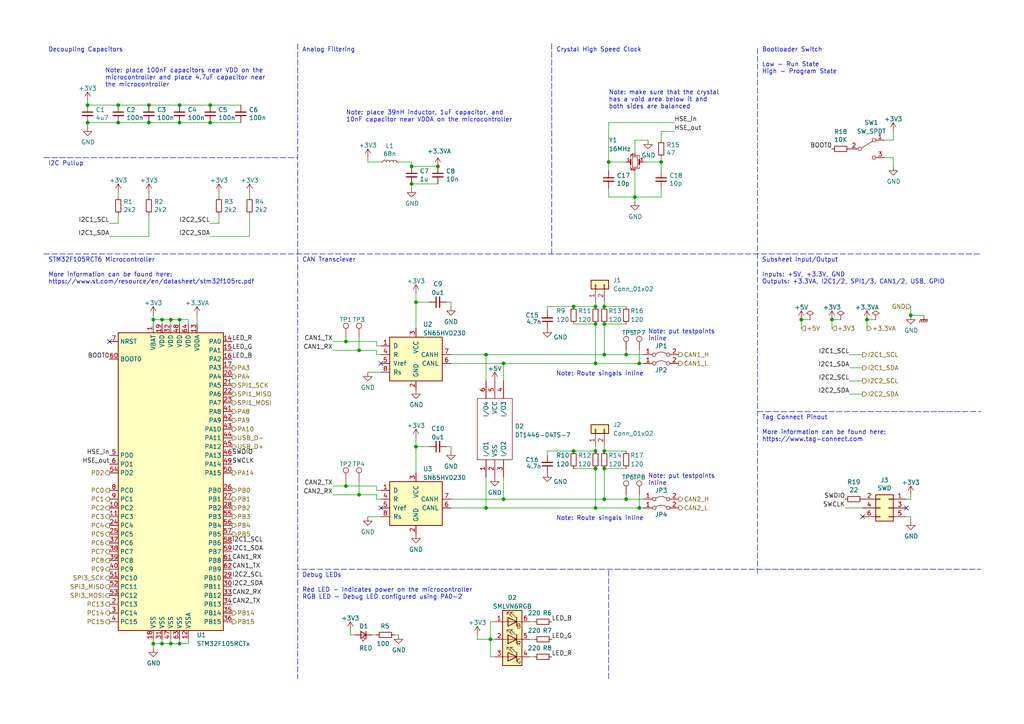
<source format=kicad_sch>
(kicad_sch (version 20211123) (generator eeschema)
  (paper "A4")
  (title_block (title "STM32F105RCT6 Subsheet") (date "2022-10-09") (company "Longhorn Racing"))
  (lib_symbols
    (symbol "Connector:TestPoint" (pin_numbers hide) (pin_names (offset 0.762) hide)
      (property "Reference" "TP" (at 0 6.858 0))
      (property "Value" "TestPoint" (at 0 5.08 0))
      (symbol "TestPoint_1_1"
        (pin passive line (at 0 0 90) (length 2.54) (name "1") (number "1"))
      )
    )
    (symbol "Connector_Generic:Conn_01x02" (pin_names (offset 1.016) hide)
      (property "Reference" "J" (at 0 2.54 0))
      (property "Value" "Conn_01x02" (at 0 -5.08 0))
      (symbol "Conn_01x02_1_1"
        (pin passive line (at -5.08 0 0) (length 3.81) (name "Pin_1") (number "1"))
        (pin passive line (at -5.08 -2.54 0) (length 3.81) (name "Pin_2") (number "2"))
      )
    )
    (symbol "Connector_Generic:Conn_02x03_Odd_Even" (pin_names (offset 1.016) hide)
      (property "Reference" "J" (at 1.27 5.08 0))
      (property "Value" "Conn_02x03_Odd_Even" (at 1.27 -5.08 0))
      (symbol "Conn_02x03_Odd_Even_1_1"
        (pin passive line (at -5.08 2.54 0) (length 3.81) (name "Pin_1") (number "1"))
        (pin passive line (at 7.62 2.54 180) (length 3.81) (name "Pin_2") (number "2"))
        (pin passive line (at -5.08 0 0) (length 3.81) (name "Pin_3") (number "3"))
        (pin passive line (at 7.62 0 180) (length 3.81) (name "Pin_4") (number "4"))
        (pin passive line (at -5.08 -2.54 0) (length 3.81) (name "Pin_5") (number "5"))
        (pin passive line (at 7.62 -2.54 180) (length 3.81) (name "Pin_6") (number "6"))
      )
    )
    (symbol "Device:C_Small" (pin_numbers hide) (pin_names (offset 0.254) hide)
      (property "Reference" "C" (at 0.254 1.778 0))
      (property "Value" "C_Small" (at 0.254 -2.032 0))
      (symbol "C_Small_1_1"
        (pin passive line (at 0 2.54 270) (length 2.032) (name "~") (number "1"))
        (pin passive line (at 0 -2.54 90) (length 2.032) (name "~") (number "2"))
      )
    )
    (symbol "Device:Crystal_GND24_Small" (pin_names (offset 1.016) hide)
      (property "Reference" "Y" (at 1.27 4.445 0))
      (property "Value" "Crystal_GND24_Small" (at 1.27 2.54 0))
      (symbol "Crystal_GND24_Small_1_1"
        (pin passive line (at -2.54 0 0) (length 1.27) (name "1") (number "1"))
        (pin passive line (at 0 -2.54 90) (length 0.635) (name "2") (number "2"))
        (pin passive line (at 2.54 0 180) (length 1.27) (name "3") (number "3"))
        (pin passive line (at 0 2.54 270) (length 0.635) (name "4") (number "4"))
      )
    )
    (symbol "Device:LED_Small" (pin_numbers hide) (pin_names (offset 0.254) hide)
      (property "Reference" "D" (at -1.27 3.175 0))
      (property "Value" "LED_Small" (at -4.445 -2.54 0))
      (symbol "LED_Small_1_1"
        (pin passive line (at -2.54 0 0) (length 1.778) (name "K") (number "1"))
        (pin passive line (at 2.54 0 180) (length 1.778) (name "A") (number "2"))
      )
    )
    (symbol "Device:L_Small" (pin_numbers hide) (pin_names (offset 0.254) hide)
      (property "Reference" "L" (at 0.762 1.016 0))
      (property "Value" "L_Small" (at 0.762 -1.016 0))
      (symbol "L_Small_1_1"
        (pin passive line (at 0 2.54 270) (length 0.508) (name "~") (number "1"))
        (pin passive line (at 0 -2.54 90) (length 0.508) (name "~") (number "2"))
      )
    )
    (symbol "Device:R_Small" (pin_numbers hide) (pin_names (offset 0.254) hide)
      (property "Reference" "R" (at 0.762 0.508 0))
      (property "Value" "R_Small" (at 0.762 -1.016 0))
      (symbol "R_Small_1_1"
        (pin passive line (at 0 2.54 270) (length 0.762) (name "~") (number "1"))
        (pin passive line (at 0 -2.54 90) (length 0.762) (name "~") (number "2"))
      )
    )
    (symbol "Global_Library:DT1446-04TS-7" (pin_names (offset 0.762))
      (property "Reference" "D" (at 5.08 7.62 0))
      (property "Value" "DT1446-04TS-7" (at 5.08 5.08 0))
      (symbol "DT1446-04TS-7_0_0"
        (pin passive line (at 0 0 0) (length 5.08) (name "I/O1") (number "1"))
        (pin passive line (at 0 -2.54 0) (length 5.08) (name "VSS") (number "2"))
        (pin passive line (at 0 -5.08 0) (length 5.08) (name "I/O2") (number "3"))
        (pin passive line (at 27.94 -5.08 180) (length 5.08) (name "I/O3") (number "4"))
        (pin passive line (at 27.94 -2.54 180) (length 5.08) (name "VCC") (number "5"))
        (pin passive line (at 27.94 0 180) (length 5.08) (name "I/O4") (number "6"))
      )
    )
    (symbol "Interface_CAN_LIN:SN65HVD230" (pin_names (offset 1.016))
      (property "Reference" "U" (at -2.54 10.16 0))
      (property "Value" "SN65HVD230" (at -2.54 7.62 0))
      (symbol "SN65HVD230_1_1"
        (pin input line (at -10.16 2.54 0) (length 2.54) (name "D") (number "1"))
        (pin power_in line (at 0 -10.16 90) (length 2.54) (name "GND") (number "2"))
        (pin power_in line (at 0 7.62 270) (length 2.54) (name "VCC") (number "3"))
        (pin output line (at -10.16 0 0) (length 2.54) (name "R") (number "4"))
        (pin output line (at -10.16 -2.54 0) (length 2.54) (name "Vref") (number "5"))
        (pin bidirectional line (at 10.16 -2.54 180) (length 2.54) (name "CANL") (number "6"))
        (pin bidirectional line (at 10.16 0 180) (length 2.54) (name "CANH") (number "7"))
        (pin input line (at -10.16 -5.08 0) (length 2.54) (name "Rs") (number "8"))
      )
    )
    (symbol "Jumper:Jumper_2_Bridged" (pin_names (offset 0) hide)
      (property "Reference" "JP" (at 0 1.905 0))
      (property "Value" "Jumper_2_Bridged" (at 0 -2.54 0))
      (symbol "Jumper_2_Bridged_1_1"
        (pin passive line (at -5.08 0 0) (length 2.54) (name "A") (number "1"))
        (pin passive line (at 5.08 0 180) (length 2.54) (name "B") (number "2"))
      )
    )
    (symbol "LED:SMLVN6RGB" (pin_names (offset 0) hide)
      (property "Reference" "D" (at 0 12.7 0))
      (property "Value" "SMLVN6RGB" (at 0 10.16 0))
      (symbol "SMLVN6RGB_0_0"
        (text "B" (at 1.905 3.81 0) (effects (font (size 1.27 1.27))))
        (text "G" (at 1.905 -6.35 0) (effects (font (size 1.27 1.27))))
        (text "R" (at 1.905 -1.27 0) (effects (font (size 1.27 1.27))))
      )
      (symbol "SMLVN6RGB_1_1"
        (pin passive line (at -5.08 5.08 0) (length 2.54) (name "BA") (number "1"))
        (pin passive line (at -5.08 0 0) (length 2.54) (name "RA") (number "2"))
        (pin passive line (at -5.08 -5.08 0) (length 2.54) (name "GA") (number "3"))
        (pin passive line (at 5.08 -5.08 180) (length 2.54) (name "GK") (number "4"))
        (pin passive line (at 5.08 0 180) (length 2.54) (name "RK") (number "5"))
        (pin passive line (at 5.08 5.08 180) (length 2.54) (name "BK") (number "6"))
      )
    )
    (symbol "MCU_ST_STM32F1:STM32F105RCTx"
      (property "Reference" "U" (at -15.24 44.45 0))
      (property "Value" "STM32F105RCTx" (at 10.16 44.45 0))
      (symbol "STM32F105RCTx_1_1"
        (pin power_in line (at -5.08 45.72 270) (length 2.54) (name "VBAT") (number "1"))
        (pin bidirectional line (at -17.78 -7.62 0) (length 2.54) (name "PC2") (number "10"))
        (pin bidirectional line (at -17.78 -10.16 0) (length 2.54) (name "PC3") (number "11"))
        (pin power_in line (at 5.08 -45.72 90) (length 2.54) (name "VSSA") (number "12"))
        (pin power_in line (at 7.62 45.72 270) (length 2.54) (name "VDDA") (number "13"))
        (pin bidirectional line (at 17.78 40.64 180) (length 2.54) (name "PA0") (number "14"))
        (pin bidirectional line (at 17.78 38.1 180) (length 2.54) (name "PA1") (number "15"))
        (pin bidirectional line (at 17.78 35.56 180) (length 2.54) (name "PA2") (number "16"))
        (pin bidirectional line (at 17.78 33.02 180) (length 2.54) (name "PA3") (number "17"))
        (pin power_in line (at -5.08 -45.72 90) (length 2.54) (name "VSS") (number "18"))
        (pin power_in line (at -2.54 45.72 270) (length 2.54) (name "VDD") (number "19"))
        (pin bidirectional line (at -17.78 -35.56 0) (length 2.54) (name "PC13") (number "2"))
        (pin bidirectional line (at 17.78 30.48 180) (length 2.54) (name "PA4") (number "20"))
        (pin bidirectional line (at 17.78 27.94 180) (length 2.54) (name "PA5") (number "21"))
        (pin bidirectional line (at 17.78 25.4 180) (length 2.54) (name "PA6") (number "22"))
        (pin bidirectional line (at 17.78 22.86 180) (length 2.54) (name "PA7") (number "23"))
        (pin bidirectional line (at -17.78 -12.7 0) (length 2.54) (name "PC4") (number "24"))
        (pin bidirectional line (at -17.78 -15.24 0) (length 2.54) (name "PC5") (number "25"))
        (pin bidirectional line (at 17.78 -2.54 180) (length 2.54) (name "PB0") (number "26"))
        (pin bidirectional line (at 17.78 -5.08 180) (length 2.54) (name "PB1") (number "27"))
        (pin bidirectional line (at 17.78 -7.62 180) (length 2.54) (name "PB2") (number "28"))
        (pin bidirectional line (at 17.78 -27.94 180) (length 2.54) (name "PB10") (number "29"))
        (pin bidirectional line (at -17.78 -38.1 0) (length 2.54) (name "PC14") (number "3"))
        (pin bidirectional line (at 17.78 -30.48 180) (length 2.54) (name "PB11") (number "30"))
        (pin power_in line (at -2.54 -45.72 90) (length 2.54) (name "VSS") (number "31"))
        (pin power_in line (at 0 45.72 270) (length 2.54) (name "VDD") (number "32"))
        (pin bidirectional line (at 17.78 -33.02 180) (length 2.54) (name "PB12") (number "33"))
        (pin bidirectional line (at 17.78 -35.56 180) (length 2.54) (name "PB13") (number "34"))
        (pin bidirectional line (at 17.78 -38.1 180) (length 2.54) (name "PB14") (number "35"))
        (pin bidirectional line (at 17.78 -40.64 180) (length 2.54) (name "PB15") (number "36"))
        (pin bidirectional line (at -17.78 -17.78 0) (length 2.54) (name "PC6") (number "37"))
        (pin bidirectional line (at -17.78 -20.32 0) (length 2.54) (name "PC7") (number "38"))
        (pin bidirectional line (at -17.78 -22.86 0) (length 2.54) (name "PC8") (number "39"))
        (pin bidirectional line (at -17.78 -40.64 0) (length 2.54) (name "PC15") (number "4"))
        (pin bidirectional line (at -17.78 -25.4 0) (length 2.54) (name "PC9") (number "40"))
        (pin bidirectional line (at 17.78 20.32 180) (length 2.54) (name "PA8") (number "41"))
        (pin bidirectional line (at 17.78 17.78 180) (length 2.54) (name "PA9") (number "42"))
        (pin bidirectional line (at 17.78 15.24 180) (length 2.54) (name "PA10") (number "43"))
        (pin bidirectional line (at 17.78 12.7 180) (length 2.54) (name "PA11") (number "44"))
        (pin bidirectional line (at 17.78 10.16 180) (length 2.54) (name "PA12") (number "45"))
        (pin bidirectional line (at 17.78 7.62 180) (length 2.54) (name "PA13") (number "46"))
        (pin power_in line (at 0 -45.72 90) (length 2.54) (name "VSS") (number "47"))
        (pin power_in line (at 2.54 45.72 270) (length 2.54) (name "VDD") (number "48"))
        (pin bidirectional line (at 17.78 5.08 180) (length 2.54) (name "PA14") (number "49"))
        (pin input line (at -17.78 7.62 0) (length 2.54) (name "PD0") (number "5"))
        (pin bidirectional line (at 17.78 2.54 180) (length 2.54) (name "PA15") (number "50"))
        (pin bidirectional line (at -17.78 -27.94 0) (length 2.54) (name "PC10") (number "51"))
        (pin bidirectional line (at -17.78 -30.48 0) (length 2.54) (name "PC11") (number "52"))
        (pin bidirectional line (at -17.78 -33.02 0) (length 2.54) (name "PC12") (number "53"))
        (pin bidirectional line (at -17.78 2.54 0) (length 2.54) (name "PD2") (number "54"))
        (pin bidirectional line (at 17.78 -10.16 180) (length 2.54) (name "PB3") (number "55"))
        (pin bidirectional line (at 17.78 -12.7 180) (length 2.54) (name "PB4") (number "56"))
        (pin bidirectional line (at 17.78 -15.24 180) (length 2.54) (name "PB5") (number "57"))
        (pin bidirectional line (at 17.78 -17.78 180) (length 2.54) (name "PB6") (number "58"))
        (pin bidirectional line (at 17.78 -20.32 180) (length 2.54) (name "PB7") (number "59"))
        (pin input line (at -17.78 5.08 0) (length 2.54) (name "PD1") (number "6"))
        (pin input line (at -17.78 35.56 0) (length 2.54) (name "BOOT0") (number "60"))
        (pin bidirectional line (at 17.78 -22.86 180) (length 2.54) (name "PB8") (number "61"))
        (pin bidirectional line (at 17.78 -25.4 180) (length 2.54) (name "PB9") (number "62"))
        (pin power_in line (at 2.54 -45.72 90) (length 2.54) (name "VSS") (number "63"))
        (pin power_in line (at 5.08 45.72 270) (length 2.54) (name "VDD") (number "64"))
        (pin input line (at -17.78 40.64 0) (length 2.54) (name "NRST") (number "7"))
        (pin bidirectional line (at -17.78 -2.54 0) (length 2.54) (name "PC0") (number "8"))
        (pin bidirectional line (at -17.78 -5.08 0) (length 2.54) (name "PC1") (number "9"))
      )
    )
    (symbol "Switch:SW_SPDT" (pin_names (offset 0) hide)
      (property "Reference" "SW" (at 0 4.318 0))
      (property "Value" "SW_SPDT" (at 0 -5.08 0))
      (symbol "SW_SPDT_1_1"
        (pin passive line (at 5.08 2.54 180) (length 2.54) (name "A") (number "1"))
        (pin passive line (at -5.08 0 0) (length 2.54) (name "B") (number "2"))
        (pin passive line (at 5.08 -2.54 180) (length 2.54) (name "C") (number "3"))
      )
    )
    (symbol "power:+3.3VA" (power) (pin_names (offset 0))
      (property "Value" "+3.3VA" (at 0 3.556 0))
      (symbol "+3.3VA_1_1"
        (pin power_in line (at 0 0 90) (length 0) hide (name "+3.3VA") (number "1"))
      )
    )
    (symbol "power:+3V3" (power) (pin_names (offset 0))
      (property "Value" "+3V3" (at 0 3.556 0))
      (symbol "+3V3_1_1"
        (pin power_in line (at 0 0 90) (length 0) hide (name "+3V3") (number "1"))
      )
    )
    (symbol "power:+5V" (power) (pin_names (offset 0))
      (property "Value" "+5V" (at 0 3.556 0))
      (symbol "+5V_1_1"
        (pin power_in line (at 0 0 90) (length 0) hide (name "+5V") (number "1"))
      )
    )
    (symbol "power:GND" (power) (pin_names (offset 0))
      (property "Value" "GND" (at 0 -3.81 0))
      (symbol "GND_1_1"
        (pin power_in line (at 0 0 270) (length 0) hide (name "GND") (number "1"))
      )
    )
    (symbol "power:GNDPWR" (power) (pin_names (offset 0))
      (property "Value" "GNDPWR" (at 0 -3.302 0))
      (symbol "GNDPWR_1_1"
        (pin power_in line (at 0 0 270) (length 0) hide (name "GNDPWR") (number "1"))
      )
    )
    (symbol "power:PWR_FLAG" (power) (pin_numbers hide) (pin_names (offset 0) hide)
      (property "Value" "PWR_FLAG" (at 0 3.81 0))
      (symbol "PWR_FLAG_0_0"
        (pin power_out line (at 0 0 90) (length 0) (name "pwr") (number "1"))
      )
    )
  )
  (junction (at 232.41 92.71))
  (junction (at 251.46 92.71))
  (junction (at 49.53 186.69))
  (junction (at 184.15 57.15))
  (junction (at 119.38 53.34))
  (junction (at 172.72 135.89))
  (junction (at 104.14 143.51))
  (junction (at 60.96 35.56))
  (junction (at 34.29 35.56))
  (junction (at 100.33 99.06))
  (junction (at 104.14 101.6))
  (junction (at 43.18 35.56))
  (junction (at 175.26 88.9))
  (junction (at 142.24 185.42))
  (junction (at 175.26 102.87))
  (junction (at 166.37 88.9))
  (junction (at 60.96 30.48))
  (junction (at 175.26 144.78))
  (junction (at 185.42 105.41))
  (junction (at 185.42 147.32))
  (junction (at 175.26 93.98))
  (junction (at 44.45 186.69))
  (junction (at 140.97 102.87))
  (junction (at 175.26 135.89))
  (junction (at 52.07 92.71))
  (junction (at 100.33 140.97))
  (junction (at 175.26 130.81))
  (junction (at 166.37 130.81))
  (junction (at 140.97 147.32))
  (junction (at 172.72 93.98))
  (junction (at 120.65 129.54))
  (junction (at 46.99 186.69))
  (junction (at 146.05 144.78))
  (junction (at 176.53 46.99))
  (junction (at 119.38 48.26))
  (junction (at 181.61 102.87))
  (junction (at 34.29 30.48))
  (junction (at 172.72 105.41))
  (junction (at 44.45 92.71))
  (junction (at 127 48.26))
  (junction (at 241.3 92.71))
  (junction (at 172.72 88.9))
  (junction (at 172.72 130.81))
  (junction (at 52.07 186.69))
  (junction (at 52.07 30.48))
  (junction (at 46.99 92.71))
  (junction (at 172.72 147.32))
  (junction (at 146.05 105.41))
  (junction (at 120.65 87.63))
  (junction (at 25.4 35.56))
  (junction (at 25.4 30.48))
  (junction (at 264.16 91.44))
  (junction (at 181.61 144.78))
  (junction (at 191.77 46.99))
  (junction (at 52.07 35.56))
  (junction (at 49.53 92.71))
  (junction (at 43.18 30.48))
  (no_connect (at 31.75 99.06))
  (no_connect (at 262.89 147.32))
  (no_connect (at 250.19 149.86))
  (no_connect (at 110.49 147.32))
  (no_connect (at 110.49 105.41))
  (wire (pts (xy 106.68 45.72) (xy 106.68 46.99)))
  (wire (pts (xy 245.11 147.32) (xy 250.19 147.32)))
  (wire (pts (xy 130.81 87.63) (xy 130.81 88.9)))
  (wire (pts (xy 262.89 144.78) (xy 264.16 144.78)))
  (wire (pts (xy 100.33 97.79) (xy 100.33 99.06)))
  (wire (pts (xy 63.5 55.88) (xy 63.5 57.15)))
  (wire (pts (xy 100.33 140.97) (xy 109.22 140.97)))
  (polyline (pts (xy 160.02 165.1) (xy 86.36 165.1)))
  (wire (pts (xy 43.18 30.48) (xy 52.07 30.48)))
  (wire (pts (xy 259.08 40.64) (xy 259.08 38.1)))
  (wire (pts (xy 63.5 64.77) (xy 63.5 62.23)))
  (wire (pts (xy 109.22 100.33) (xy 110.49 100.33)))
  (wire (pts (xy 25.4 36.83) (xy 25.4 35.56)))
  (wire (pts (xy 44.45 186.69) (xy 44.45 187.96)))
  (wire (pts (xy 153.67 180.34) (xy 154.94 180.34)))
  (wire (pts (xy 191.77 46.99) (xy 191.77 49.53)))
  (wire (pts (xy 109.22 102.87) (xy 110.49 102.87)))
  (wire (pts (xy 72.39 55.88) (xy 72.39 57.15)))
  (wire (pts (xy 60.96 35.56) (xy 69.85 35.56)))
  (wire (pts (xy 246.38 110.49) (xy 250.19 110.49)))
  (wire (pts (xy 140.97 138.43) (xy 140.97 147.32)))
  (wire (pts (xy 251.46 92.71) (xy 254 92.71)))
  (wire (pts (xy 129.54 87.63) (xy 130.81 87.63)))
  (wire (pts (xy 264.16 91.44) (xy 264.16 88.9)))
  (wire (pts (xy 146.05 105.41) (xy 146.05 110.49)))
  (wire (pts (xy 158.75 130.81) (xy 158.75 132.08)))
  (wire (pts (xy 187.96 40.64) (xy 184.15 40.64)))
  (wire (pts (xy 166.37 93.98) (xy 172.72 93.98)))
  (wire (pts (xy 96.52 140.97) (xy 100.33 140.97)))
  (wire (pts (xy 25.4 30.48) (xy 34.29 30.48)))
  (wire (pts (xy 172.72 135.89) (xy 172.72 147.32)))
  (wire (pts (xy 175.26 93.98) (xy 175.26 102.87)))
  (wire (pts (xy 25.4 29.21) (xy 25.4 30.48)))
  (wire (pts (xy 46.99 186.69) (xy 49.53 186.69)))
  (wire (pts (xy 232.41 92.71) (xy 232.41 95.25)))
  (wire (pts (xy 184.15 57.15) (xy 191.77 57.15)))
  (wire (pts (xy 106.68 107.95) (xy 110.49 107.95)))
  (wire (pts (xy 158.75 88.9) (xy 166.37 88.9)))
  (wire (pts (xy 262.89 149.86) (xy 264.16 149.86)))
  (wire (pts (xy 175.26 93.98) (xy 181.61 93.98)))
  (wire (pts (xy 44.45 92.71) (xy 44.45 91.44)))
  (wire (pts (xy 146.05 105.41) (xy 172.72 105.41)))
  (wire (pts (xy 109.22 142.24) (xy 110.49 142.24)))
  (wire (pts (xy 176.53 54.61) (xy 176.53 57.15)))
  (wire (pts (xy 142.24 180.34) (xy 142.24 185.42)))
  (wire (pts (xy 232.41 92.71) (xy 234.95 92.71)))
  (wire (pts (xy 143.51 180.34) (xy 142.24 180.34)))
  (polyline (pts (xy 160.02 165.1) (xy 284.48 165.1)))
  (wire (pts (xy 49.53 92.71) (xy 46.99 92.71)))
  (wire (pts (xy 172.72 147.32) (xy 185.42 147.32)))
  (wire (pts (xy 120.65 87.63) (xy 120.65 95.25)))
  (wire (pts (xy 106.68 46.99) (xy 110.49 46.99)))
  (wire (pts (xy 127 53.34) (xy 119.38 53.34)))
  (wire (pts (xy 60.96 64.77) (xy 63.5 64.77)))
  (wire (pts (xy 175.26 135.89) (xy 175.26 144.78)))
  (wire (pts (xy 142.24 190.5) (xy 143.51 190.5)))
  (wire (pts (xy 100.33 139.7) (xy 100.33 140.97)))
  (wire (pts (xy 49.53 93.98) (xy 49.53 92.71)))
  (wire (pts (xy 264.16 91.44) (xy 267.97 91.44)))
  (polyline (pts (xy 160.02 12.7) (xy 160.02 73.66)))
  (wire (pts (xy 175.26 88.9) (xy 175.26 87.63)))
  (wire (pts (xy 120.65 129.54) (xy 120.65 137.16)))
  (wire (pts (xy 184.15 40.64) (xy 184.15 44.45)))
  (wire (pts (xy 256.54 40.64) (xy 259.08 40.64)))
  (polyline (pts (xy 86.36 12.7) (xy 86.36 196.85)))
  (wire (pts (xy 44.45 93.98) (xy 44.45 92.71)))
  (wire (pts (xy 185.42 101.6) (xy 185.42 105.41)))
  (wire (pts (xy 172.72 87.63) (xy 172.72 88.9)))
  (wire (pts (xy 52.07 30.48) (xy 60.96 30.48)))
  (wire (pts (xy 109.22 143.51) (xy 109.22 144.78)))
  (wire (pts (xy 34.29 55.88) (xy 34.29 57.15)))
  (wire (pts (xy 49.53 186.69) (xy 52.07 186.69)))
  (wire (pts (xy 140.97 147.32) (xy 172.72 147.32)))
  (wire (pts (xy 256.54 45.72) (xy 259.08 45.72)))
  (wire (pts (xy 142.24 185.42) (xy 143.51 185.42)))
  (wire (pts (xy 43.18 35.56) (xy 52.07 35.56)))
  (wire (pts (xy 129.54 129.54) (xy 130.81 129.54)))
  (wire (pts (xy 175.26 135.89) (xy 181.61 135.89)))
  (wire (pts (xy 172.72 105.41) (xy 185.42 105.41)))
  (wire (pts (xy 166.37 130.81) (xy 172.72 130.81)))
  (wire (pts (xy 172.72 93.98) (xy 172.72 105.41)))
  (wire (pts (xy 140.97 102.87) (xy 175.26 102.87)))
  (polyline (pts (xy 219.71 13.97) (xy 219.71 166.37)))
  (wire (pts (xy 130.81 102.87) (xy 140.97 102.87)))
  (polyline (pts (xy 12.7 45.72) (xy 86.36 45.72)))
  (wire (pts (xy 158.75 130.81) (xy 166.37 130.81)))
  (wire (pts (xy 120.65 85.09) (xy 120.65 87.63)))
  (wire (pts (xy 264.16 144.78) (xy 264.16 143.51)))
  (wire (pts (xy 181.61 101.6) (xy 181.61 102.87)))
  (wire (pts (xy 60.96 30.48) (xy 69.85 30.48)))
  (wire (pts (xy 44.45 186.69) (xy 44.45 185.42)))
  (wire (pts (xy 191.77 38.1) (xy 195.58 38.1)))
  (wire (pts (xy 259.08 45.72) (xy 259.08 48.26)))
  (wire (pts (xy 130.81 144.78) (xy 146.05 144.78)))
  (wire (pts (xy 191.77 40.64) (xy 191.77 38.1)))
  (wire (pts (xy 107.95 184.15) (xy 109.22 184.15)))
  (wire (pts (xy 104.14 97.79) (xy 104.14 101.6)))
  (wire (pts (xy 34.29 30.48) (xy 43.18 30.48)))
  (wire (pts (xy 52.07 92.71) (xy 52.07 93.98)))
  (wire (pts (xy 72.39 68.58) (xy 72.39 62.23)))
  (wire (pts (xy 140.97 102.87) (xy 140.97 110.49)))
  (wire (pts (xy 104.14 143.51) (xy 109.22 143.51)))
  (wire (pts (xy 104.14 101.6) (xy 109.22 101.6)))
  (wire (pts (xy 176.53 49.53) (xy 176.53 46.99)))
  (wire (pts (xy 31.75 64.77) (xy 34.29 64.77)))
  (wire (pts (xy 46.99 185.42) (xy 46.99 186.69)))
  (wire (pts (xy 185.42 143.51) (xy 185.42 147.32)))
  (polyline (pts (xy 176.53 196.85) (xy 176.53 165.1)))
  (wire (pts (xy 54.61 186.69) (xy 54.61 185.42)))
  (wire (pts (xy 124.46 87.63) (xy 120.65 87.63)))
  (wire (pts (xy 184.15 57.15) (xy 184.15 58.42)))
  (wire (pts (xy 119.38 53.34) (xy 119.38 54.61)))
  (wire (pts (xy 181.61 102.87) (xy 186.69 102.87)))
  (wire (pts (xy 106.68 149.86) (xy 110.49 149.86)))
  (wire (pts (xy 49.53 92.71) (xy 52.07 92.71)))
  (wire (pts (xy 52.07 92.71) (xy 54.61 92.71)))
  (wire (pts (xy 114.3 184.15) (xy 115.57 184.15)))
  (wire (pts (xy 119.38 46.99) (xy 119.38 48.26)))
  (wire (pts (xy 130.81 105.41) (xy 146.05 105.41)))
  (wire (pts (xy 184.15 49.53) (xy 184.15 57.15)))
  (wire (pts (xy 60.96 68.58) (xy 72.39 68.58)))
  (wire (pts (xy 130.81 147.32) (xy 140.97 147.32)))
  (wire (pts (xy 96.52 99.06) (xy 100.33 99.06)))
  (wire (pts (xy 175.26 130.81) (xy 175.26 129.54)))
  (wire (pts (xy 43.18 68.58) (xy 43.18 62.23)))
  (wire (pts (xy 186.69 46.99) (xy 191.77 46.99)))
  (wire (pts (xy 264.16 149.86) (xy 264.16 151.13)))
  (wire (pts (xy 96.52 143.51) (xy 104.14 143.51)))
  (wire (pts (xy 142.24 185.42) (xy 142.24 190.5)))
  (wire (pts (xy 146.05 138.43) (xy 146.05 144.78)))
  (wire (pts (xy 52.07 35.56) (xy 60.96 35.56)))
  (wire (pts (xy 246.38 114.3) (xy 250.19 114.3)))
  (wire (pts (xy 176.53 35.56) (xy 195.58 35.56)))
  (wire (pts (xy 154.94 190.5) (xy 153.67 190.5)))
  (wire (pts (xy 246.38 102.87) (xy 250.19 102.87)))
  (wire (pts (xy 101.6 182.88) (xy 101.6 184.15)))
  (wire (pts (xy 175.26 144.78) (xy 181.61 144.78)))
  (wire (pts (xy 241.3 92.71) (xy 243.84 92.71)))
  (wire (pts (xy 138.43 185.42) (xy 138.43 184.15)))
  (wire (pts (xy 96.52 101.6) (xy 104.14 101.6)))
  (wire (pts (xy 57.15 91.44) (xy 57.15 93.98)))
  (wire (pts (xy 191.77 57.15) (xy 191.77 54.61)))
  (wire (pts (xy 166.37 88.9) (xy 172.72 88.9)))
  (wire (pts (xy 166.37 135.89) (xy 172.72 135.89)))
  (wire (pts (xy 46.99 186.69) (xy 44.45 186.69)))
  (wire (pts (xy 25.4 35.56) (xy 34.29 35.56)))
  (wire (pts (xy 251.46 92.71) (xy 251.46 95.25)))
  (wire (pts (xy 241.3 92.71) (xy 241.3 95.25)))
  (wire (pts (xy 124.46 129.54) (xy 120.65 129.54)))
  (wire (pts (xy 191.77 45.72) (xy 191.77 46.99)))
  (wire (pts (xy 52.07 186.69) (xy 54.61 186.69)))
  (wire (pts (xy 181.61 130.81) (xy 175.26 130.81)))
  (wire (pts (xy 130.81 129.54) (xy 130.81 130.81)))
  (wire (pts (xy 176.53 46.99) (xy 176.53 35.56)))
  (wire (pts (xy 109.22 140.97) (xy 109.22 142.24)))
  (wire (pts (xy 34.29 64.77) (xy 34.29 62.23)))
  (wire (pts (xy 119.38 48.26) (xy 127 48.26)))
  (wire (pts (xy 109.22 101.6) (xy 109.22 102.87)))
  (polyline (pts (xy 219.71 119.38) (xy 284.48 119.38)))
  (wire (pts (xy 246.38 106.68) (xy 250.19 106.68)))
  (wire (pts (xy 185.42 105.41) (xy 186.69 105.41)))
  (wire (pts (xy 181.61 143.51) (xy 181.61 144.78)))
  (wire (pts (xy 34.29 35.56) (xy 43.18 35.56)))
  (wire (pts (xy 176.53 46.99) (xy 181.61 46.99)))
  (wire (pts (xy 158.75 88.9) (xy 158.75 90.17)))
  (wire (pts (xy 31.75 68.58) (xy 43.18 68.58)))
  (wire (pts (xy 100.33 99.06) (xy 109.22 99.06)))
  (wire (pts (xy 176.53 57.15) (xy 184.15 57.15)))
  (wire (pts (xy 52.07 186.69) (xy 52.07 185.42)))
  (polyline (pts (xy 12.7 73.66) (xy 284.48 73.66)))
  (wire (pts (xy 138.43 185.42) (xy 142.24 185.42)))
  (wire (pts (xy 181.61 144.78) (xy 186.69 144.78)))
  (wire (pts (xy 172.72 129.54) (xy 172.72 130.81)))
  (wire (pts (xy 185.42 147.32) (xy 186.69 147.32)))
  (wire (pts (xy 44.45 92.71) (xy 46.99 92.71)))
  (wire (pts (xy 115.57 46.99) (xy 119.38 46.99)))
  (wire (pts (xy 104.14 139.7) (xy 104.14 143.51)))
  (wire (pts (xy 109.22 99.06) (xy 109.22 100.33)))
  (wire (pts (xy 46.99 92.71) (xy 46.99 93.98)))
  (wire (pts (xy 175.26 102.87) (xy 181.61 102.87)))
  (wire (pts (xy 43.18 55.88) (xy 43.18 57.15)))
  (wire (pts (xy 49.53 186.69) (xy 49.53 185.42)))
  (wire (pts (xy 120.65 127) (xy 120.65 129.54)))
  (wire (pts (xy 109.22 144.78) (xy 110.49 144.78)))
  (wire (pts (xy 181.61 88.9) (xy 175.26 88.9)))
  (wire (pts (xy 101.6 184.15) (xy 102.87 184.15)))
  (wire (pts (xy 146.05 144.78) (xy 175.26 144.78)))
  (wire (pts (xy 54.61 92.71) (xy 54.61 93.98)))
  (wire (pts (xy 154.94 185.42) (xy 153.67 185.42)))
  (text "Note: place 100nF capacitors near VDD on the \nmicrocontroller and place 4.7uF capacitor near \nthe microcontroller" (at 30.48 25.4 0) (effects (font (size 1.27 1.27)) (justify left bottom)))
  (text "Note: put testpoints \ninline" (at 187.96 140.97 0) (effects (font (size 1.27 1.27)) (justify left bottom)))
  (text "Note: Route singals inline" (at 161.29 151.13 0) (effects (font (size 1.27 1.27)) (justify left bottom)))
  (text "Inputs: +5V, +3.3V, GND\nOutputs: +3.3VA, I2C1/2, SPI1/3, CAN1/2, USB, GPIO" (at 220.98 82.55 0) (effects (font (size 1.27 1.27)) (justify left bottom)))
  (text "Bootloader Switch" (at 220.98 15.24 0) (effects (font (size 1.27 1.27)) (justify left bottom)))
  (text "Low - Run State\nHigh - Program State" (at 220.98 21.59 0) (effects (font (size 1.27 1.27)) (justify left bottom)))
  (text "Note: Route singals inline" (at 161.29 109.22 0) (effects (font (size 1.27 1.27)) (justify left bottom)))
  (text "Analog Filtering" (at 87.63 15.24 0) (effects (font (size 1.27 1.27)) (justify left bottom)))
  (text "I2C Pullup" (at 13.97 48.26 0) (effects (font (size 1.27 1.27)) (justify left bottom)))
  (text "Tag Connect Pinout" (at 220.98 121.92 0) (effects (font (size 1.27 1.27)) (justify left bottom)))
  (text "Note: place 39nH inductor, 1uF capacitor, and \n10nF capacitor near VDDA on the microcontroller" (at 100.33 35.56 0) (effects (font (size 1.27 1.27)) (justify left bottom)))
  (text "Subsheet Input/Output" (at 220.98 76.2 0) (effects (font (size 1.27 1.27)) (justify left bottom)))
  (text "Debug LEDs" (at 87.63 167.64 0) (effects (font (size 1.27 1.27)) (justify left bottom)))
  (text "Note: make sure that the crystal \nhas a void area below it and\nboth sides are balanced" (at 176.53 31.75 0) (effects (font (size 1.27 1.27)) (justify left bottom)))
  (text "Decoupling Capacitors" (at 13.97 15.24 0) (effects (font (size 1.27 1.27)) (justify left bottom)))
  (text "Crystal High Speed Clock" (at 161.29 15.24 0) (effects (font (size 1.27 1.27)) (justify left bottom)))
  (text "STM32F105RCT6 Microcontroller" (at 13.97 76.2 0) (effects (font (size 1.27 1.27)) (justify left bottom)))
  (text "CAN Transciever\n" (at 87.63 76.2 0) (effects (font (size 1.27 1.27)) (justify left bottom)))
  (text "More information can be found here:\nhttps://www.st.com/resource/en/datasheet/stm32f105rc.pdf" (at 13.97 82.55 0) (effects (font (size 1.27 1.27)) (justify left bottom)))
  (text "More information can be found here: \nhttps://www.tag-connect.com" (at 220.98 128.27 0) (effects (font (size 1.27 1.27)) (justify left bottom)))
  (text "Note: put testpoints \ninline" (at 187.96 99.06 0) (effects (font (size 1.27 1.27)) (justify left bottom)))
  (text "Red LED - Indicates power on the microcontroller\nRGB LED - Debug LED configured using PA0-2" (at 87.63 173.99 0) (effects (font (size 1.27 1.27)) (justify left bottom)))
  (label "SWDIO" (at 245.11 144.78 180))
  (label "HSE_in" (at 195.58 35.56 0))
  (label "SWCLK" (at 245.11 147.32 180))
  (label "SWDIO" (at 67.31 132.08 0))
  (label "HSE_out" (at 31.75 134.62 180))
  (label "CAN2_TX" (at 67.31 175.26 0))
  (label "I2C2_SCL" (at 67.31 167.64 0))
  (label "LED_G" (at 160.02 185.42 0))
  (label "CAN1_RX" (at 96.52 101.6 180))
  (label "LED_B" (at 160.02 180.34 0))
  (label "BOOT0" (at 241.3 43.18 180))
  (label "I2C1_SCL" (at 31.75 64.77 180))
  (label "CAN2_RX" (at 67.31 172.72 0))
  (label "HSE_in" (at 31.75 132.08 180))
  (label "I2C2_SDA" (at 60.96 68.58 180))
  (label "CAN1_RX" (at 67.31 162.56 0))
  (label "CAN1_TX" (at 67.31 165.1 0))
  (label "HSE_out" (at 195.58 38.1 0))
  (label "I2C1_SCL" (at 246.38 102.87 180))
  (label "I2C1_SDA" (at 67.31 160.02 0))
  (label "CAN1_TX" (at 96.52 99.06 180))
  (label "BOOT0" (at 31.75 104.14 180))
  (label "I2C1_SDA" (at 246.38 106.68 180))
  (label "LED_R" (at 67.31 99.06 0))
  (label "LED_B" (at 67.31 104.14 0))
  (label "I2C2_SDA" (at 67.31 170.18 0))
  (label "LED_G" (at 67.31 101.6 0))
  (label "SWCLK" (at 67.31 134.62 0))
  (label "I2C2_SCL" (at 246.38 110.49 180))
  (label "LED_R" (at 160.02 190.5 0))
  (label "I2C2_SDA" (at 246.38 114.3 180))
  (label "CAN2_TX" (at 96.52 140.97 180))
  (label "I2C1_SCL" (at 67.31 157.48 0))
  (label "I2C2_SCL" (at 60.96 64.77 180))
  (label "CAN2_RX" (at 96.52 143.51 180))
  (label "I2C1_SDA" (at 31.75 68.58 180))
  (hierarchical_label "PC6" (shape output) (at 31.75 157.48 180))
  (hierarchical_label "PC7" (shape output) (at 31.75 160.02 180))
  (hierarchical_label "PC0" (shape output) (at 31.75 142.24 180))
  (hierarchical_label "USB_D-" (shape output) (at 67.31 127 0))
  (hierarchical_label "USB_D+" (shape output) (at 67.31 129.54 0))
  (hierarchical_label "CAN1_H" (shape output) (at 196.85 102.87 0))
  (hierarchical_label "SPI1_MOSI" (shape output) (at 67.31 116.84 0))
  (hierarchical_label "I2C1_SDA" (shape output) (at 250.19 106.68 0))
  (hierarchical_label "PB15" (shape output) (at 67.31 180.34 0))
  (hierarchical_label "PC5" (shape output) (at 31.75 154.94 180))
  (hierarchical_label "+5V" (shape input) (at 232.41 95.25 0))
  (hierarchical_label "PB5" (shape output) (at 67.31 154.94 0))
  (hierarchical_label "SPI1_SCK" (shape output) (at 67.31 111.76 0))
  (hierarchical_label "I2C2_SDA" (shape output) (at 250.19 114.3 0))
  (hierarchical_label "GND" (shape input) (at 264.16 88.9 180))
  (hierarchical_label "PA3" (shape output) (at 67.31 106.68 0))
  (hierarchical_label "+3V3" (shape input) (at 241.3 95.25 0))
  (hierarchical_label "SPI3_SCK" (shape output) (at 31.75 167.64 180))
  (hierarchical_label "SPI3_MISO" (shape output) (at 31.75 170.18 180))
  (hierarchical_label "PC2" (shape output) (at 31.75 147.32 180))
  (hierarchical_label "PA8" (shape output) (at 67.31 119.38 0))
  (hierarchical_label "PC9" (shape output) (at 31.75 165.1 180))
  (hierarchical_label "+3.3VA" (shape output) (at 251.46 95.25 0))
  (hierarchical_label "PB0" (shape output) (at 67.31 142.24 0))
  (hierarchical_label "CAN2_L" (shape output) (at 196.85 147.32 0))
  (hierarchical_label "PB2" (shape output) (at 67.31 147.32 0))
  (hierarchical_label "CAN1_L" (shape output) (at 196.85 105.41 0))
  (hierarchical_label "SPI1_MISO" (shape output) (at 67.31 114.3 0))
  (hierarchical_label "PD2" (shape output) (at 31.75 137.16 180))
  (hierarchical_label "PA14" (shape output) (at 67.31 137.16 0))
  (hierarchical_label "PC15" (shape output) (at 31.75 180.34 180))
  (hierarchical_label "PC8" (shape output) (at 31.75 162.56 180))
  (hierarchical_label "PB14" (shape output) (at 67.31 177.8 0))
  (hierarchical_label "I2C2_SCL" (shape output) (at 250.19 110.49 0))
  (hierarchical_label "PA4" (shape output) (at 67.31 109.22 0))
  (hierarchical_label "I2C1_SCL" (shape output) (at 250.19 102.87 0))
  (hierarchical_label "PA10" (shape output) (at 67.31 124.46 0))
  (hierarchical_label "PC13" (shape output) (at 31.75 175.26 180))
  (hierarchical_label "CAN2_H" (shape output) (at 196.85 144.78 0))
  (hierarchical_label "PB4" (shape output) (at 67.31 152.4 0))
  (hierarchical_label "PC3" (shape output) (at 31.75 149.86 180))
  (hierarchical_label "PC4" (shape output) (at 31.75 152.4 180))
  (hierarchical_label "PC1" (shape output) (at 31.75 144.78 180))
  (hierarchical_label "PC14" (shape output) (at 31.75 177.8 180))
  (hierarchical_label "PA9" (shape output) (at 67.31 121.92 0))
  (hierarchical_label "SPI3_MOSI" (shape output) (at 31.75 172.72 180))
  (hierarchical_label "PB1" (shape output) (at 67.31 144.78 0))
  (hierarchical_label "PB3" (shape output) (at 67.31 149.86 0))
  (symbol (lib_id "MCU_ST_STM32F1:STM32F105RCTx") (at 49.53 139.7 0) (unit 1)
    (property "Reference" "U1" (at 58.42 184.15 0))
    (property "Value" "STM32F105RCTx" (at 64.77 186.69 0))
    (property "Footprint" "Package_QFP:LQFP-64_10x10mm_P0.5mm" (effects hide))
    (property "Datasheet" "http://www.st.com/st-web-ui/static/active/en/resource/technical/document/datasheet/CD00220364.pdf" (effects hide))
  )
  (symbol (lib_id "power:GND") (at 44.45 187.96 0) (unit 1)
    (property "Reference" "#PWR06" (effects hide))
    (property "Value" "GND" (at 44.577 192.3542 0))
  )
  (symbol (lib_id "Switch:SW_SPDT") (at 251.46 43.18 0) (unit 1)
    (property "Reference" "SW1" (at 252.73 35.56 0))
    (property "Value" "SW_SPDT" (at 252.73 38.1 0))
    (property "Footprint" "Connector_PinHeader_1.27mm:PinHeader_1x03_P1.27mm_Vertical" (effects hide))
  )
  (symbol (lib_id "Device:R_Small") (at 243.84 43.18 270) (unit 1)
    (property "Reference" "R18" (at 243.84 38.2016 90))
    (property "Value" "10K" (at 243.84 40.513 90))
    (property "Footprint" "Resistor_SMD:R_0603_1608Metric" (effects hide))
  )
  (symbol (lib_id "power:GND") (at 259.08 48.26 0) (unit 1)
    (property "Reference" "#PWR038" (effects hide))
    (property "Value" "GND" (at 259.207 52.6542 0))
  )
  (symbol (lib_id "Device:C_Small") (at 25.4 33.02 0) (unit 1)
    (property "Reference" "C1" (at 27.7368 31.8516 0) (effects (justify left)))
    (property "Value" "4u7" (at 27.7368 34.163 0) (effects (justify left)))
    (property "Footprint" "Capacitor_SMD:C_0603_1608Metric" (effects hide))
  )
  (symbol (lib_id "Device:C_Small") (at 34.29 33.02 0) (unit 1)
    (property "Reference" "C2" (at 36.6268 31.8516 0) (effects (justify left)))
    (property "Value" "100n" (at 36.6268 34.163 0) (effects (justify left)))
    (property "Footprint" "Capacitor_SMD:C_0603_1608Metric" (effects hide))
  )
  (symbol (lib_id "Device:C_Small") (at 43.18 33.02 0) (unit 1)
    (property "Reference" "C3" (at 45.5168 31.8516 0) (effects (justify left)))
    (property "Value" "100n" (at 45.5168 34.163 0) (effects (justify left)))
    (property "Footprint" "Capacitor_SMD:C_0603_1608Metric" (effects hide))
  )
  (symbol (lib_id "Device:C_Small") (at 52.07 33.02 0) (unit 1)
    (property "Reference" "C4" (at 54.4068 31.8516 0) (effects (justify left)))
    (property "Value" "100n" (at 54.4068 34.163 0) (effects (justify left)))
    (property "Footprint" "Capacitor_SMD:C_0603_1608Metric" (effects hide))
  )
  (symbol (lib_id "Device:C_Small") (at 60.96 33.02 0) (unit 1)
    (property "Reference" "C5" (at 63.2968 31.8516 0) (effects (justify left)))
    (property "Value" "100n" (at 63.2968 34.163 0) (effects (justify left)))
    (property "Footprint" "Capacitor_SMD:C_0603_1608Metric" (effects hide))
  )
  (symbol (lib_id "Device:C_Small") (at 69.85 33.02 0) (unit 1)
    (property "Reference" "C6" (at 72.1868 31.8516 0) (effects (justify left)))
    (property "Value" "100n" (at 72.1868 34.163 0) (effects (justify left)))
    (property "Footprint" "Capacitor_SMD:C_0603_1608Metric" (effects hide))
  )
  (symbol (lib_id "power:GND") (at 25.4 36.83 0) (unit 1)
    (property "Reference" "#PWR02" (effects hide))
    (property "Value" "GND" (at 25.527 41.2242 0))
  )
  (symbol (lib_id "Device:L_Small") (at 113.03 46.99 90) (unit 1)
    (property "Reference" "L1" (at 113.03 42.291 90))
    (property "Value" "68n" (at 113.03 44.6024 90))
    (property "Footprint" "Inductor_SMD:L_0603_1608Metric" (effects hide))
  )
  (symbol (lib_id "power:+3.3VA") (at 127 48.26 0) (unit 1)
    (property "Reference" "#PWR020" (effects hide))
    (property "Value" "+3.3VA" (at 127.381 43.8658 0))
  )
  (symbol (lib_id "Device:C_Small") (at 119.38 50.8 0) (unit 1)
    (property "Reference" "C7" (at 121.7168 49.6316 0) (effects (justify left)))
    (property "Value" "1u" (at 121.7168 51.943 0) (effects (justify left)))
    (property "Footprint" "Capacitor_SMD:C_0603_1608Metric" (effects hide))
  )
  (symbol (lib_id "Device:C_Small") (at 127 50.8 0) (unit 1)
    (property "Reference" "C8" (at 129.3368 49.6316 0) (effects (justify left)))
    (property "Value" "10n" (at 129.3368 51.943 0) (effects (justify left)))
    (property "Footprint" "Capacitor_SMD:C_0603_1608Metric" (effects hide))
  )
  (symbol (lib_id "power:GND") (at 119.38 54.61 0) (unit 1)
    (property "Reference" "#PWR015" (effects hide))
    (property "Value" "GND" (at 119.507 59.0042 0))
  )
  (symbol (lib_id "Device:Crystal_GND24_Small") (at 184.15 46.99 0) (unit 1)
    (property "Reference" "Y1" (at 176.53 40.64 0) (effects (justify left)))
    (property "Value" "16MHz" (at 176.53 43.18 0) (effects (justify left)))
    (property "Footprint" "Crystal:Crystal_SMD_3225-4Pin_3.2x2.5mm" (effects hide))
    (property "Datasheet" "https://datasheet.lcsc.com/lcsc/2103291133_Yangxing-Tech-X322516MLB4SI_C13738.pdf" (effects hide))
  )
  (symbol (lib_id "power:GND") (at 184.15 58.42 0) (unit 1)
    (property "Reference" "#PWR030" (effects hide))
    (property "Value" "GND" (at 184.277 62.8142 0))
  )
  (symbol (lib_id "Device:C_Small") (at 191.77 52.07 0) (unit 1)
    (property "Reference" "C18" (at 194.1068 50.9016 0) (effects (justify left)))
    (property "Value" "10p" (at 194.1068 53.213 0) (effects (justify left)))
    (property "Footprint" "Capacitor_SMD:C_0603_1608Metric" (effects hide))
  )
  (symbol (lib_id "Device:C_Small") (at 176.53 52.07 0) (unit 1)
    (property "Reference" "C17" (at 178.8668 50.9016 0) (effects (justify left)))
    (property "Value" "10p" (at 178.8668 53.213 0) (effects (justify left)))
    (property "Footprint" "Capacitor_SMD:C_0603_1608Metric" (effects hide))
  )
  (symbol (lib_id "Device:R_Small") (at 191.77 43.18 0) (unit 1)
    (property "Reference" "R15" (at 193.2686 42.0116 0) (effects (justify left)))
    (property "Value" "47" (at 193.2686 44.323 0) (effects (justify left)))
    (property "Footprint" "Resistor_SMD:R_0603_1608Metric" (effects hide))
  )
  (symbol (lib_id "power:GND") (at 264.16 91.44 0) (unit 1)
    (property "Reference" "#PWR039" (effects hide))
    (property "Value" "GND" (at 264.287 95.8342 0))
  )
  (symbol (lib_id "power:GND") (at 187.96 40.64 0) (unit 1)
    (property "Reference" "#PWR033" (effects hide))
    (property "Value" "GND" (at 188.087 45.0342 0))
  )
  (symbol (lib_id "power:GND") (at 115.57 184.15 0) (unit 1)
    (property "Reference" "#PWR014" (effects hide))
    (property "Value" "GND" (at 115.697 188.5442 0))
  )
  (symbol (lib_id "Device:R_Small") (at 111.76 184.15 90) (unit 1)
    (property "Reference" "R5" (at 113.03 181.61 90) (effects (justify left)))
    (property "Value" "100" (at 113.03 186.69 90) (effects (justify left)))
    (property "Footprint" "Resistor_SMD:R_0603_1608Metric" (effects hide))
  )
  (symbol (lib_id "Device:LED_Small") (at 105.41 184.15 180) (unit 1)
    (property "Reference" "D1" (at 104.14 181.61 0) (effects (justify right)))
    (property "Value" "RED" (at 104.14 187.96 0) (effects (justify right)))
    (property "Footprint" "LED_SMD:LED_0603_1608Metric" (effects hide))
  )
  (symbol (lib_id "Connector_Generic:Conn_02x03_Odd_Even") (at 257.81 147.32 0) (mirror y) (unit 1)
    (property "Reference" "J3" (at 256.54 139.2682 0))
    (property "Value" "SWD" (at 256.54 141.5796 0))
    (property "Footprint" "Connector_PinHeader_1.27mm:PinHeader_2x03_P1.27mm_Vertical" (effects hide))
  )
  (symbol (lib_id "Device:R_Small") (at 247.65 144.78 270) (unit 1)
    (property "Reference" "R19" (at 247.65 139.8016 90))
    (property "Value" "22" (at 247.65 142.113 90))
    (property "Footprint" "Resistor_SMD:R_0603_1608Metric" (effects hide))
  )
  (symbol (lib_id "power:GND") (at 264.16 151.13 0) (unit 1)
    (property "Reference" "#PWR041" (effects hide))
    (property "Value" "GND" (at 264.287 155.5242 0))
  )
  (symbol (lib_id "Device:R_Small") (at 34.29 59.69 0) (unit 1)
    (property "Reference" "R1" (at 35.7886 58.5216 0) (effects (justify left)))
    (property "Value" "2k2" (at 35.7886 60.833 0) (effects (justify left)))
    (property "Footprint" "Resistor_SMD:R_0603_1608Metric" (effects hide))
  )
  (symbol (lib_id "Device:R_Small") (at 43.18 59.69 0) (unit 1)
    (property "Reference" "R2" (at 44.6786 58.5216 0) (effects (justify left)))
    (property "Value" "2k2" (at 44.6786 60.833 0) (effects (justify left)))
    (property "Footprint" "Resistor_SMD:R_0603_1608Metric" (effects hide))
  )
  (symbol (lib_id "Device:R_Small") (at 63.5 59.69 0) (unit 1)
    (property "Reference" "R3" (at 64.9986 58.5216 0) (effects (justify left)))
    (property "Value" "2k2" (at 64.9986 60.833 0) (effects (justify left)))
    (property "Footprint" "Resistor_SMD:R_0603_1608Metric" (effects hide))
  )
  (symbol (lib_id "Device:R_Small") (at 72.39 59.69 0) (unit 1)
    (property "Reference" "R4" (at 73.8886 58.5216 0) (effects (justify left)))
    (property "Value" "2k2" (at 73.8886 60.833 0) (effects (justify left)))
    (property "Footprint" "Resistor_SMD:R_0603_1608Metric" (effects hide))
  )
  (symbol (lib_id "Jumper:Jumper_2_Bridged") (at 191.77 144.78 0) (unit 1)
    (property "Reference" "JP3" (at 191.77 142.24 0))
    (property "Value" " " (at 191.77 142.9821 0))
    (property "Footprint" "Jumper:SolderJumper-2_P1.3mm_Bridged2Bar_Pad1.0x1.5mm" (effects hide))
  )
  (symbol (lib_id "Connector:TestPoint") (at 181.61 101.6 0) (unit 1)
    (property "Reference" "TP5" (at 180.34 96.52 0) (effects (justify left)))
    (property "Value" " " (at 183.007 100.0002 0) (effects (justify left)))
    (property "Footprint" "TestPoint:TestPoint_THTPad_1.0x1.0mm_Drill0.5mm" (effects hide))
  )
  (symbol (lib_id "power:+3V3") (at 63.5 55.88 0) (unit 1)
    (property "Reference" "#PWR08" (effects hide))
    (property "Value" "+3V3" (at 63.5 52.3042 0))
  )
  (symbol (lib_id "power:+3V3") (at 106.68 45.72 0) (unit 1)
    (property "Reference" "#PWR011" (effects hide))
    (property "Value" "+3V3" (at 106.68 42.1442 0))
  )
  (symbol (lib_id "power:GND") (at 158.75 95.25 0) (unit 1)
    (property "Reference" "#PWR028" (effects hide))
    (property "Value" "GND" (at 162.56 97.79 0))
  )
  (symbol (lib_id "Connector:TestPoint") (at 104.14 97.79 0) (unit 1)
    (property "Reference" "TP3" (at 102.235 92.71 0) (effects (justify left)))
    (property "Value" " " (at 105.537 96.1902 0) (effects (justify left)))
    (property "Footprint" "TestPoint:TestPoint_THTPad_1.0x1.0mm_Drill0.5mm" (effects hide))
  )
  (symbol (lib_id "Connector_Generic:Conn_01x02") (at 172.72 82.55 90) (unit 1)
    (property "Reference" "J1" (at 177.8 81.28 90) (effects (justify right)))
    (property "Value" "Conn_01x02" (at 177.8 83.82 90) (effects (justify right)))
    (property "Footprint" "Connector_PinHeader_2.54mm:PinHeader_1x02_P2.54mm_Vertical" (effects hide))
  )
  (symbol (lib_id "power:+3V3") (at 34.29 55.88 0) (unit 1)
    (property "Reference" "#PWR03" (effects hide))
    (property "Value" "+3V3" (at 34.29 52.3042 0))
  )
  (symbol (lib_id "power:PWR_FLAG") (at 254 92.71 0) (unit 1)
    (property "Reference" "#FLG03" (effects hide))
    (property "Value" "PWR_FLAG" (effects hide))
  )
  (symbol (lib_id "Device:R_Small") (at 157.48 190.5 90) (unit 1)
    (property "Reference" "R8" (at 158.75 187.96 90))
    (property "Value" "220" (at 154.94 187.96 90))
    (property "Footprint" "Resistor_SMD:R_0603_1608Metric" (effects hide))
  )
  (symbol (lib_id "power:+3V3") (at 44.45 91.44 0) (unit 1)
    (property "Reference" "#PWR05" (effects hide))
    (property "Value" "+3V3" (at 44.45 87.8642 0))
  )
  (symbol (lib_id "Device:R_Small") (at 172.72 133.35 0) (unit 1)
    (property "Reference" "R12" (at 167.64 132.08 0) (effects (justify left)))
    (property "Value" "120" (at 167.64 134.62 0) (effects (justify left)))
    (property "Footprint" "Resistor_SMD:R_0603_1608Metric" (effects hide))
  )
  (symbol (lib_id "power:GND") (at 130.81 130.81 0) (unit 1)
    (property "Reference" "#PWR022" (effects hide))
    (property "Value" "GND" (at 130.81 135.2534 0))
  )
  (symbol (lib_id "power:+3V3") (at 101.6 182.88 0) (unit 1)
    (property "Reference" "#PWR010" (effects hide))
    (property "Value" "+3V3" (at 101.6 179.3042 0))
  )
  (symbol (lib_id "Device:R_Small") (at 157.48 185.42 90) (unit 1)
    (property "Reference" "R7" (at 158.75 182.88 90))
    (property "Value" "220" (at 154.94 182.88 90))
    (property "Footprint" "Resistor_SMD:R_0603_1608Metric" (effects hide))
  )
  (symbol (lib_id "power:+5V") (at 232.41 92.71 0) (unit 1)
    (property "Reference" "#PWR038" (effects hide))
    (property "Value" "+5V" (at 232.41 89.1342 0))
  )
  (symbol (lib_id "Device:C_Small") (at 127 129.54 90) (unit 1)
    (property "Reference" "C10" (at 127.0063 124.2781 90))
    (property "Value" "0u1" (at 127.0063 126.815 90))
    (property "Footprint" "Capacitor_SMD:C_0603_1608Metric" (effects hide))
  )
  (symbol (lib_id "Device:C_Small") (at 158.75 134.62 180) (unit 1)
    (property "Reference" "C16" (at 152.4 133.35 0) (effects (justify right)))
    (property "Value" "4.7n" (at 152.654 135.255 0) (effects (justify right)))
    (property "Footprint" "Capacitor_SMD:C_0603_1608Metric" (effects hide))
  )
  (symbol (lib_id "Device:R_Small") (at 181.61 133.35 180) (unit 1)
    (property "Reference" "R17" (at 186.69 132.08 0) (effects (justify left)))
    (property "Value" "120" (at 186.69 134.62 0) (effects (justify left)))
    (property "Footprint" "Resistor_SMD:R_0603_1608Metric" (effects hide))
  )
  (symbol (lib_id "power:PWR_FLAG") (at 234.95 92.71 0) (unit 1)
    (property "Reference" "#FLG01" (effects hide))
    (property "Value" "PWR_FLAG" (effects hide))
  )
  (symbol (lib_id "power:GND") (at 120.65 154.94 0) (unit 1)
    (property "Reference" "#PWR019" (effects hide))
    (property "Value" "GND" (at 120.65 159.3834 0))
  )
  (symbol (lib_id "power:+3V3") (at 25.4 29.21 0) (unit 1)
    (property "Reference" "#PWR01" (effects hide))
    (property "Value" "+3V3" (at 25.4 25.6342 0))
  )
  (symbol (lib_id "power:GND") (at 130.81 88.9 0) (unit 1)
    (property "Reference" "#PWR021" (effects hide))
    (property "Value" "GND" (at 130.81 93.3434 0))
  )
  (symbol (lib_id "power:+3V3") (at 241.3 92.71 0) (unit 1)
    (property "Reference" "#PWR035" (effects hide))
    (property "Value" "+3V3" (at 241.3 89.1342 0))
  )
  (symbol (lib_id "power:+5V") (at 143.51 110.49 0) (unit 1)
    (property "Reference" "#PWR032" (effects hide))
    (property "Value" "+5V" (at 143.51 106.9142 0))
  )
  (symbol (lib_id "power:GND") (at 106.68 149.86 0) (unit 1)
    (property "Reference" "#PWR013" (effects hide))
    (property "Value" "GND" (at 106.68 154.3034 0))
  )
  (symbol (lib_id "Global_Library:DT1446-04TS-7") (at 140.97 138.43 90) (unit 1)
    (property "Reference" "D2" (at 149.3012 123.6253 90) (effects (justify right)))
    (property "Value" "DT1446-04TS-7" (at 149.3012 126.1622 90) (effects (justify right)))
    (property "Footprint" "Global Libraries:SOT95P280X100-6N" (effects hide))
    (property "Datasheet" "https://www.diodes.com/assets/Datasheets/DT1446-04TS.pdf" (effects hide))
    (property "Description" "Diodes Inc DT1446-04TS-7 10-Element Uni-Directional TVS Diode Array, 300mW peak, 6-Pin TSOT-26" (effects hide))
    (property "Height" "1" (effects hide))
    (property "Mouser Part Number" "621-DT1446-04TS-7" (effects hide))
    (property "Mouser Price/Stock" "https://www.mouser.co.uk/ProductDetail/Diodes-Incorporated/DT1446-04TS-7?qs=5V6w%252Be2aIqaVaoAa1%252B%252BixQ%3D%3D" (effects hide))
    (property "Manufacturer_Name" "Diodes Inc." (effects hide))
    (property "Manufacturer_Part_Number" "DT1446-04TS-7" (effects hide))
  )
  (symbol (lib_id "Connector_Generic:Conn_01x02") (at 172.72 124.46 90) (unit 1)
    (property "Reference" "J2" (at 177.8 123.19 90) (effects (justify right)))
    (property "Value" "Conn_01x02" (at 177.8 125.73 90) (effects (justify right)))
    (property "Footprint" "Connector_PinHeader_2.54mm:PinHeader_1x02_P2.54mm_Vertical" (effects hide))
  )
  (symbol (lib_id "power:+3.3VA") (at 251.46 92.71 0) (unit 1)
    (property "Reference" "#PWR036" (effects hide))
    (property "Value" "+3.3VA" (at 251.46 89.1342 0))
  )
  (symbol (lib_id "power:PWR_FLAG") (at 243.84 92.71 0) (unit 1)
    (property "Reference" "#FLG02" (effects hide))
    (property "Value" "PWR_FLAG" (effects hide))
  )
  (symbol (lib_id "power:+3V3") (at 43.18 55.88 0) (unit 1)
    (property "Reference" "#PWR04" (effects hide))
    (property "Value" "+3V3" (at 43.18 52.3042 0))
  )
  (symbol (lib_id "power:GNDPWR") (at 267.97 91.44 0) (unit 1)
    (property "Reference" "#PWR042" (effects hide))
    (property "Value" "GNDPWR" (effects hide))
  )
  (symbol (lib_id "Connector:TestPoint") (at 185.42 101.6 0) (unit 1)
    (property "Reference" "TP7" (at 185.42 96.52 0))
    (property "Value" " " (at 185.42 96.52 0))
    (property "Footprint" "TestPoint:TestPoint_THTPad_1.0x1.0mm_Drill0.5mm" (effects hide))
  )
  (symbol (lib_id "power:GND") (at 158.75 137.16 0) (unit 1)
    (property "Reference" "#PWR029" (effects hide))
    (property "Value" "GND" (at 162.56 139.7 0))
  )
  (symbol (lib_id "power:+3.3VA") (at 57.15 91.44 0) (unit 1)
    (property "Reference" "#PWR07" (effects hide))
    (property "Value" "+3.3VA" (at 57.15 87.8642 0))
  )
  (symbol (lib_id "Device:R_Small") (at 157.48 180.34 90) (unit 1)
    (property "Reference" "R6" (at 158.75 177.8 90))
    (property "Value" "220" (at 154.94 177.8 90))
    (property "Footprint" "Resistor_SMD:R_0603_1608Metric" (effects hide))
  )
  (symbol (lib_id "Jumper:Jumper_2_Bridged") (at 191.77 147.32 0) (unit 1)
    (property "Reference" "JP4" (at 191.77 149.225 0))
    (property "Value" " " (at 191.77 145.5221 0))
    (property "Footprint" "Jumper:SolderJumper-2_P1.3mm_Bridged2Bar_Pad1.0x1.5mm" (effects hide))
  )
  (symbol (lib_id "Connector:TestPoint") (at 181.61 143.51 0) (unit 1)
    (property "Reference" "TP6" (at 180.34 138.43 0) (effects (justify left)))
    (property "Value" " " (at 183.007 141.9102 0) (effects (justify left)))
    (property "Footprint" "TestPoint:TestPoint_THTPad_1.0x1.0mm_Drill0.5mm" (effects hide))
  )
  (symbol (lib_id "LED:SMLVN6RGB") (at 148.59 185.42 0) (unit 1)
    (property "Reference" "D2" (at 148.59 173.3382 0))
    (property "Value" "SMLVN6RGB" (at 148.59 175.8751 0))
    (property "Footprint" "LED_SMD:LED_ROHM_SMLVN6" (effects hide))
    (property "Datasheet" "https://www.rohm.com/datasheet/SMLVN6RGB1U" (effects hide))
  )
  (symbol (lib_id "power:+3V3") (at 264.16 143.51 0) (unit 1)
    (property "Reference" "#PWR040" (effects hide))
    (property "Value" "+3V3" (at 264.16 139.9342 0))
  )
  (symbol (lib_id "Device:R_Small") (at 175.26 133.35 180) (unit 1)
    (property "Reference" "R14" (at 180.34 132.08 0) (effects (justify left)))
    (property "Value" "120" (at 180.34 134.62 0) (effects (justify left)))
    (property "Footprint" "Resistor_SMD:R_0603_1608Metric" (effects hide))
  )
  (symbol (lib_id "Device:R_Small") (at 166.37 133.35 0) (unit 1)
    (property "Reference" "R10" (at 161.29 132.08 0) (effects (justify left)))
    (property "Value" "120" (at 161.29 134.62 0) (effects (justify left)))
    (property "Footprint" "Resistor_SMD:R_0603_1608Metric" (effects hide))
  )
  (symbol (lib_id "Device:C_Small") (at 158.75 92.71 180) (unit 1)
    (property "Reference" "C15" (at 152.4 91.44 0) (effects (justify right)))
    (property "Value" "4.7n" (at 152.654 93.345 0) (effects (justify right)))
    (property "Footprint" "Capacitor_SMD:C_0603_1608Metric" (effects hide))
  )
  (symbol (lib_id "Jumper:Jumper_2_Bridged") (at 191.77 102.87 0) (unit 1)
    (property "Reference" "JP1" (at 191.77 100.33 0))
    (property "Value" " " (at 191.77 101.0721 0))
    (property "Footprint" "Jumper:SolderJumper-2_P1.3mm_Bridged2Bar_Pad1.0x1.5mm" (effects hide))
  )
  (symbol (lib_id "power:GND") (at 143.51 138.43 0) (unit 1)
    (property "Reference" "#PWR033" (effects hide))
    (property "Value" "GND" (at 143.51 142.8734 0))
  )
  (symbol (lib_id "Connector:TestPoint") (at 100.33 97.79 0) (unit 1)
    (property "Reference" "TP1" (at 98.425 92.71 0) (effects (justify left)))
    (property "Value" " " (at 101.727 96.1902 0) (effects (justify left)))
    (property "Footprint" "TestPoint:TestPoint_THTPad_1.0x1.0mm_Drill0.5mm" (effects hide))
  )
  (symbol (lib_id "Connector:TestPoint") (at 100.33 139.7 0) (unit 1)
    (property "Reference" "TP2" (at 98.425 134.62 0) (effects (justify left)))
    (property "Value" " " (at 101.727 138.1002 0) (effects (justify left)))
    (property "Footprint" "TestPoint:TestPoint_THTPad_1.0x1.0mm_Drill0.5mm" (effects hide))
  )
  (symbol (lib_id "Jumper:Jumper_2_Bridged") (at 191.77 105.41 0) (unit 1)
    (property "Reference" "JP2" (at 191.77 107.315 0))
    (property "Value" " " (at 191.77 103.6121 0))
    (property "Footprint" "Jumper:SolderJumper-2_P1.3mm_Bridged2Bar_Pad1.0x1.5mm" (effects hide))
  )
  (symbol (lib_id "Device:R_Small") (at 181.61 91.44 180) (unit 1)
    (property "Reference" "R16" (at 186.69 90.17 0) (effects (justify left)))
    (property "Value" "120" (at 186.69 92.71 0) (effects (justify left)))
    (property "Footprint" "Resistor_SMD:R_0603_1608Metric" (effects hide))
  )
  (symbol (lib_id "Device:R_Small") (at 172.72 91.44 0) (unit 1)
    (property "Reference" "R11" (at 167.64 90.17 0) (effects (justify left)))
    (property "Value" "120" (at 167.64 92.71 0) (effects (justify left)))
    (property "Footprint" "Resistor_SMD:R_0603_1608Metric" (effects hide))
  )
  (symbol (lib_id "Connector:TestPoint") (at 185.42 143.51 0) (unit 1)
    (property "Reference" "TP8" (at 185.42 138.43 0))
    (property "Value" " " (at 185.42 138.43 0))
    (property "Footprint" "TestPoint:TestPoint_THTPad_1.0x1.0mm_Drill0.5mm" (effects hide))
  )
  (symbol (lib_id "power:GND") (at 106.68 107.95 0) (unit 1)
    (property "Reference" "#PWR012" (effects hide))
    (property "Value" "GND" (at 106.68 112.3934 0))
  )
  (symbol (lib_id "power:+3V3") (at 120.65 85.09 0) (unit 1)
    (property "Reference" "#PWR016" (effects hide))
    (property "Value" "+3V3" (at 120.65 81.5142 0))
  )
  (symbol (lib_id "power:+3V3") (at 72.39 55.88 0) (unit 1)
    (property "Reference" "#PWR09" (effects hide))
    (property "Value" "+3V3" (at 72.39 52.3042 0))
  )
  (symbol (lib_id "Interface_CAN_LIN:SN65HVD230") (at 120.65 102.87 0) (unit 1)
    (property "Reference" "U2" (at 122.6694 94.0902 0) (effects (justify left)))
    (property "Value" "SN65HVD230" (at 122.6694 96.6271 0) (effects (justify left)))
    (property "Footprint" "Package_SO:SOIC-8_3.9x4.9mm_P1.27mm" (effects hide))
    (property "Datasheet" "http://www.ti.com/lit/ds/symlink/sn65hvd230.pdf" (effects hide))
  )
  (symbol (lib_id "Device:R_Small") (at 166.37 91.44 0) (unit 1)
    (property "Reference" "R9" (at 161.29 90.17 0) (effects (justify left)))
    (property "Value" "120" (at 161.29 92.71 0) (effects (justify left)))
    (property "Footprint" "Resistor_SMD:R_0603_1608Metric" (effects hide))
  )
  (symbol (lib_id "Interface_CAN_LIN:SN65HVD230") (at 120.65 144.78 0) (unit 1)
    (property "Reference" "U3" (at 122.6694 136.0002 0) (effects (justify left)))
    (property "Value" "SN65HVD230" (at 122.6694 138.5371 0) (effects (justify left)))
    (property "Footprint" "Package_SO:SOIC-8_3.9x4.9mm_P1.27mm" (effects hide))
    (property "Datasheet" "http://www.ti.com/lit/ds/symlink/sn65hvd230.pdf" (effects hide))
  )
  (symbol (lib_id "power:+3V3") (at 259.08 38.1 0) (unit 1)
    (property "Reference" "#PWR037" (effects hide))
    (property "Value" "+3V3" (at 259.08 34.5242 0))
  )
  (symbol (lib_id "Connector:TestPoint") (at 104.14 139.7 0) (unit 1)
    (property "Reference" "TP4" (at 102.235 134.62 0) (effects (justify left)))
    (property "Value" " " (at 105.537 138.1002 0) (effects (justify left)))
    (property "Footprint" "TestPoint:TestPoint_THTPad_1.0x1.0mm_Drill0.5mm" (effects hide))
  )
  (symbol (lib_id "power:+3V3") (at 120.65 127 0) (unit 1)
    (property "Reference" "#PWR018" (effects hide))
    (property "Value" "+3V3" (at 120.65 123.4242 0))
  )
  (symbol (lib_id "Device:C_Small") (at 127 87.63 90) (unit 1)
    (property "Reference" "C9" (at 127.0063 82.3681 90))
    (property "Value" "0u1" (at 127.0063 84.905 90))
    (property "Footprint" "Capacitor_SMD:C_0603_1608Metric" (effects hide))
  )
  (symbol (lib_id "power:GND") (at 120.65 113.03 0) (unit 1)
    (property "Reference" "#PWR017" (effects hide))
    (property "Value" "GND" (at 120.777 117.4242 0))
  )
  (symbol (lib_id "Device:R_Small") (at 175.26 91.44 180) (unit 1)
    (property "Reference" "R13" (at 180.34 90.17 0) (effects (justify left)))
    (property "Value" "120" (at 180.34 92.71 0) (effects (justify left)))
    (property "Footprint" "Resistor_SMD:R_0603_1608Metric" (effects hide))
  )
  (symbol (lib_id "power:+3V3") (at 138.43 184.15 0) (unit 1)
    (property "Reference" "#PWR025" (effects hide))
    (property "Value" "+3V3" (at 138.43 180.5742 0))
  )
)
</source>
